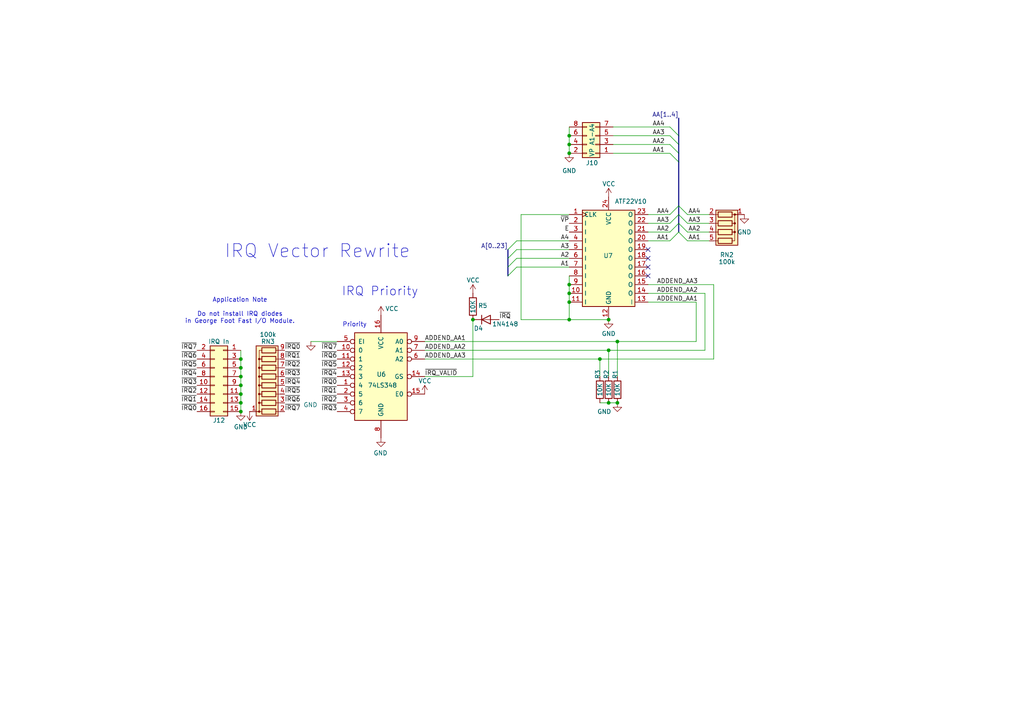
<source format=kicad_sch>
(kicad_sch (version 20250114) (generator "eeschema") (generator_version "9.0")
  (paper "A4")
  (lib_symbols
    (symbol "74xx:74LS348" (pin_names (offset 1.016))
      (property "Reference" "U89" (at -1.27 0.635 0))
      (property "Value" "74LS348" (at -3.81 -2.54 0))
      (symbol "74LS348_1_0"
        (pin input inverted (at -12.7 10.16 0) (length 5.08) (name "EI") (number "5"))
        (pin input inverted (at -12.7 7.62 0) (length 5.08) (name "0") (number "10"))
        (pin input inverted (at -12.7 5.08 0) (length 5.08) (name "1") (number "11"))
        (pin input inverted (at -12.7 2.54 0) (length 5.08) (name "2") (number "12"))
        (pin input inverted (at -12.7 0 0) (length 5.08) (name "3") (number "13"))
        (pin input inverted (at -12.7 -2.54 0) (length 5.08) (name "4") (number "1"))
        (pin input inverted (at -12.7 -5.08 0) (length 5.08) (name "5") (number "2"))
        (pin input inverted (at -12.7 -7.62 0) (length 5.08) (name "6") (number "3"))
        (pin input inverted (at -12.7 -10.16 0) (length 5.08) (name "7") (number "4"))
        (pin power_in line (at 0 17.78 270) (length 5.08) (name "VCC") (number "16"))
        (pin power_in line (at 0 -17.78 90) (length 5.08) (name "GND") (number "8"))
        (pin tri_state inverted (at 12.7 10.16 180) (length 5.08) (name "A0") (number "9"))
        (pin tri_state inverted (at 12.7 7.62 180) (length 5.08) (name "A1") (number "7"))
        (pin tri_state inverted (at 12.7 5.08 180) (length 5.08) (name "A2") (number "6"))
        (pin output inverted (at 12.7 0 180) (length 5.08) (name "GS") (number "14"))
        (pin output inverted (at 12.7 -5.08 180) (length 5.08) (name "E0") (number "15"))
      )
      (symbol "74LS348_1_1"
        (rectangle (start -7.62 12.7) (end 7.62 -12.7) (stroke (width 0.254)) (fill (type background)))
      )
    )
    (symbol "Connector_Generic:Conn_02x04_Odd_Even" (pin_names (offset 1.016) (hide yes))
      (property "Reference" "J" (at 1.27 5.08 0))
      (property "Value" "Conn_02x04_Odd_Even" (at 1.27 -7.62 0))
      (symbol "Conn_02x04_Odd_Even_1_1"
        (rectangle (start -1.27 3.81) (end 3.81 -6.35) (stroke (width 0.254)) (fill (type background)))
        (rectangle (start -1.27 2.667) (end 0 2.413) (stroke (width 0.1524)))
        (rectangle (start -1.27 0.127) (end 0 -0.127) (stroke (width 0.1524)))
        (rectangle (start -1.27 -2.413) (end 0 -2.667) (stroke (width 0.1524)))
        (rectangle (start -1.27 -4.953) (end 0 -5.207) (stroke (width 0.1524)))
        (rectangle (start 3.81 2.667) (end 2.54 2.413) (stroke (width 0.1524)))
        (rectangle (start 3.81 0.127) (end 2.54 -0.127) (stroke (width 0.1524)))
        (rectangle (start 3.81 -2.413) (end 2.54 -2.667) (stroke (width 0.1524)))
        (rectangle (start 3.81 -4.953) (end 2.54 -5.207) (stroke (width 0.1524)))
        (pin passive line (at -5.08 2.54 0) (length 3.81) (name "Pin_1") (number "1"))
        (pin passive line (at -5.08 0 0) (length 3.81) (name "Pin_3") (number "3"))
        (pin passive line (at -5.08 -2.54 0) (length 3.81) (name "Pin_5") (number "5"))
        (pin passive line (at -5.08 -5.08 0) (length 3.81) (name "Pin_7") (number "7"))
        (pin passive line (at 7.62 2.54 180) (length 3.81) (name "Pin_2") (number "2"))
        (pin passive line (at 7.62 0 180) (length 3.81) (name "Pin_4") (number "4"))
        (pin passive line (at 7.62 -2.54 180) (length 3.81) (name "Pin_6") (number "6"))
        (pin passive line (at 7.62 -5.08 180) (length 3.81) (name "Pin_8") (number "8"))
      )
    )
    (symbol "Connector_Generic:Conn_02x08_Odd_Even" (pin_names (offset 1.016) (hide yes))
      (property "Reference" "J" (at 1.27 10.16 0))
      (property "Value" "Conn_02x08_Odd_Even" (at 1.27 -12.7 0))
      (symbol "Conn_02x08_Odd_Even_1_1"
        (rectangle (start -1.27 8.89) (end 3.81 -11.43) (stroke (width 0.254)) (fill (type background)))
        (rectangle (start -1.27 7.747) (end 0 7.493) (stroke (width 0.1524)))
        (rectangle (start -1.27 5.207) (end 0 4.953) (stroke (width 0.1524)))
        (rectangle (start -1.27 2.667) (end 0 2.413) (stroke (width 0.1524)))
        (rectangle (start -1.27 0.127) (end 0 -0.127) (stroke (width 0.1524)))
        (rectangle (start -1.27 -2.413) (end 0 -2.667) (stroke (width 0.1524)))
        (rectangle (start -1.27 -4.953) (end 0 -5.207) (stroke (width 0.1524)))
        (rectangle (start -1.27 -7.493) (end 0 -7.747) (stroke (width 0.1524)))
        (rectangle (start -1.27 -10.033) (end 0 -10.287) (stroke (width 0.1524)))
        (rectangle (start 3.81 7.747) (end 2.54 7.493) (stroke (width 0.1524)))
        (rectangle (start 3.81 5.207) (end 2.54 4.953) (stroke (width 0.1524)))
        (rectangle (start 3.81 2.667) (end 2.54 2.413) (stroke (width 0.1524)))
        (rectangle (start 3.81 0.127) (end 2.54 -0.127) (stroke (width 0.1524)))
        (rectangle (start 3.81 -2.413) (end 2.54 -2.667) (stroke (width 0.1524)))
        (rectangle (start 3.81 -4.953) (end 2.54 -5.207) (stroke (width 0.1524)))
        (rectangle (start 3.81 -7.493) (end 2.54 -7.747) (stroke (width 0.1524)))
        (rectangle (start 3.81 -10.033) (end 2.54 -10.287) (stroke (width 0.1524)))
        (pin passive line (at -5.08 7.62 0) (length 3.81) (name "Pin_1") (number "1"))
        (pin passive line (at -5.08 5.08 0) (length 3.81) (name "Pin_3") (number "3"))
        (pin passive line (at -5.08 2.54 0) (length 3.81) (name "Pin_5") (number "5"))
        (pin passive line (at -5.08 0 0) (length 3.81) (name "Pin_7") (number "7"))
        (pin passive line (at -5.08 -2.54 0) (length 3.81) (name "Pin_9") (number "9"))
        (pin passive line (at -5.08 -5.08 0) (length 3.81) (name "Pin_11") (number "11"))
        (pin passive line (at -5.08 -7.62 0) (length 3.81) (name "Pin_13") (number "13"))
        (pin passive line (at -5.08 -10.16 0) (length 3.81) (name "Pin_15") (number "15"))
        (pin passive line (at 7.62 7.62 180) (length 3.81) (name "Pin_2") (number "2"))
        (pin passive line (at 7.62 5.08 180) (length 3.81) (name "Pin_4") (number "4"))
        (pin passive line (at 7.62 2.54 180) (length 3.81) (name "Pin_6") (number "6"))
        (pin passive line (at 7.62 0 180) (length 3.81) (name "Pin_8") (number "8"))
        (pin passive line (at 7.62 -2.54 180) (length 3.81) (name "Pin_10") (number "10"))
        (pin passive line (at 7.62 -5.08 180) (length 3.81) (name "Pin_12") (number "12"))
        (pin passive line (at 7.62 -7.62 180) (length 3.81) (name "Pin_14") (number "14"))
        (pin passive line (at 7.62 -10.16 180) (length 3.81) (name "Pin_16") (number "16"))
      )
    )
    (symbol "Device:R" (pin_numbers (hide yes)) (pin_names (offset 0))
      (property "Reference" "R" (at 2.032 0 90))
      (property "Value" "R" (at 0 0 90))
      (symbol "R_0_1"
        (rectangle (start -1.016 -2.54) (end 1.016 2.54) (stroke (width 0.254)))
      )
      (symbol "R_1_1"
        (pin passive line (at 0 3.81 270) (length 1.27) (name "~") (number "1"))
        (pin passive line (at 0 -3.81 90) (length 1.27) (name "~") (number "2"))
      )
    )
    (symbol "Device:R_Network04" (pin_names (offset 0) (hide yes))
      (property "Reference" "RN" (at -7.62 0 90))
      (property "Value" "R_Network04" (at 5.08 0 90))
      (symbol "R_Network04_0_1"
        (rectangle (start -6.35 -3.175) (end 3.81 3.175) (stroke (width 0.254)) (fill (type background)))
        (rectangle (start -5.842 1.524) (end -4.318 -2.54) (stroke (width 0.254)))
        (circle (center -5.08 2.286) (radius 0.254) (fill (type outline)))
        (polyline (pts (xy -5.08 1.524) (xy -5.08 2.286) (xy -2.54 2.286) (xy -2.54 1.524)))
        (polyline (pts (xy -5.08 -2.54) (xy -5.08 -3.81)))
        (rectangle (start -3.302 1.524) (end -1.778 -2.54) (stroke (width 0.254)))
        (circle (center -2.54 2.286) (radius 0.254) (fill (type outline)))
        (polyline (pts (xy -2.54 1.524) (xy -2.54 2.286) (xy 0 2.286) (xy 0 1.524)))
        (polyline (pts (xy -2.54 -2.54) (xy -2.54 -3.81)))
        (rectangle (start -0.762 1.524) (end 0.762 -2.54) (stroke (width 0.254)))
        (circle (center 0 2.286) (radius 0.254) (fill (type outline)))
        (polyline (pts (xy 0 1.524) (xy 0 2.286) (xy 2.54 2.286) (xy 2.54 1.524)))
        (polyline (pts (xy 0 -2.54) (xy 0 -3.81)))
        (rectangle (start 1.778 1.524) (end 3.302 -2.54) (stroke (width 0.254)))
        (polyline (pts (xy 2.54 -2.54) (xy 2.54 -3.81)))
      )
      (symbol "R_Network04_1_1"
        (pin passive line (at -5.08 5.08 270) (length 2.54) (name "common") (number "1"))
        (pin passive line (at -5.08 -5.08 90) (length 1.27) (name "R1") (number "2"))
        (pin passive line (at -2.54 -5.08 90) (length 1.27) (name "R2") (number "3"))
        (pin passive line (at 0 -5.08 90) (length 1.27) (name "R3") (number "4"))
        (pin passive line (at 2.54 -5.08 90) (length 1.27) (name "R4") (number "5"))
      )
    )
    (symbol "Diode:1N4148" (pin_numbers (hide yes)) (pin_names (hide yes))
      (property "Reference" "D" (at 0 2.54 0))
      (property "Value" "1N4148" (at 0 -2.54 0))
      (symbol "1N4148_0_1"
        (polyline (pts (xy -1.27 1.27) (xy -1.27 -1.27)) (stroke (width 0.254)))
        (polyline (pts (xy 1.27 1.27) (xy 1.27 -1.27) (xy -1.27 0) (xy 1.27 1.27)) (stroke (width 0.254)))
        (polyline (pts (xy 1.27 0) (xy -1.27 0)))
      )
      (symbol "1N4148_1_1"
        (pin passive line (at -3.81 0 0) (length 2.54) (name "K") (number "1"))
        (pin passive line (at 3.81 0 180) (length 2.54) (name "A") (number "2"))
      )
    )
    (symbol "R_Network08_3" (pin_names (offset 0) (hide yes))
      (property "Reference" "RN1" (at 0 12.7 90))
      (property "Value" "100k" (at 0 15.24 90))
      (symbol "R_Network08_3_0_1"
        (rectangle (start -11.43 -3.175) (end 8.89 3.175) (stroke (width 0.254)) (fill (type background)))
        (rectangle (start -10.922 1.524) (end -9.398 -2.54) (stroke (width 0.254)))
        (circle (center -10.16 2.286) (radius 0.254) (fill (type outline)))
        (polyline (pts (xy -10.16 1.524) (xy -10.16 2.286) (xy -7.62 2.286) (xy -7.62 1.524)))
        (polyline (pts (xy -10.16 -2.54) (xy -10.16 -3.81)))
        (rectangle (start -8.382 1.524) (end -6.858 -2.54) (stroke (width 0.254)))
        (circle (center -7.62 2.286) (radius 0.254) (fill (type outline)))
        (polyline (pts (xy -7.62 1.524) (xy -7.62 2.286) (xy -5.08 2.286) (xy -5.08 1.524)))
        (polyline (pts (xy -7.62 -2.54) (xy -7.62 -3.81)))
        (rectangle (start -5.842 1.524) (end -4.318 -2.54) (stroke (width 0.254)))
        (circle (center -5.08 2.286) (radius 0.254) (fill (type outline)))
        (polyline (pts (xy -5.08 1.524) (xy -5.08 2.286) (xy -2.54 2.286) (xy -2.54 1.524)))
        (polyline (pts (xy -5.08 -2.54) (xy -5.08 -3.81)))
        (rectangle (start -3.302 1.524) (end -1.778 -2.54) (stroke (width 0.254)))
        (circle (center -2.54 2.286) (radius 0.254) (fill (type outline)))
        (polyline (pts (xy -2.54 1.524) (xy -2.54 2.286) (xy 0 2.286) (xy 0 1.524)))
        (polyline (pts (xy -2.54 -2.54) (xy -2.54 -3.81)))
        (rectangle (start -0.762 1.524) (end 0.762 -2.54) (stroke (width 0.254)))
        (circle (center 0 2.286) (radius 0.254) (fill (type outline)))
        (polyline (pts (xy 0 1.524) (xy 0 2.286) (xy 2.54 2.286) (xy 2.54 1.524)))
        (polyline (pts (xy 0 -2.54) (xy 0 -3.81)))
        (rectangle (start 1.778 1.524) (end 3.302 -2.54) (stroke (width 0.254)))
        (circle (center 2.54 2.286) (radius 0.254) (fill (type outline)))
        (polyline (pts (xy 2.54 1.524) (xy 2.54 2.286) (xy 5.08 2.286) (xy 5.08 1.524)))
        (polyline (pts (xy 2.54 -2.54) (xy 2.54 -3.81)))
        (rectangle (start 4.318 1.524) (end 5.842 -2.54) (stroke (width 0.254)))
        (circle (center 5.08 2.286) (radius 0.254) (fill (type outline)))
        (polyline (pts (xy 5.08 1.524) (xy 5.08 2.286) (xy 7.62 2.286) (xy 7.62 1.524)))
        (polyline (pts (xy 5.08 -2.54) (xy 5.08 -3.81)))
        (rectangle (start 6.858 1.524) (end 8.382 -2.54) (stroke (width 0.254)))
        (polyline (pts (xy 7.62 -2.54) (xy 7.62 -3.81)))
      )
      (symbol "R_Network08_3_1_1"
        (pin passive line (at -10.16 5.08 270) (length 2.54) (name "common") (number "1"))
        (pin passive line (at -10.16 -5.08 90) (length 1.27) (name "R1") (number "2"))
        (pin passive line (at -7.62 -5.08 90) (length 1.27) (name "R2") (number "3"))
        (pin passive line (at -5.08 -5.08 90) (length 1.27) (name "R3") (number "4"))
        (pin passive line (at -2.54 -5.08 90) (length 1.27) (name "R4") (number "5"))
        (pin passive line (at 0 -5.08 90) (length 1.27) (name "R5") (number "6"))
        (pin passive line (at 2.54 -5.08 90) (length 1.27) (name "R6") (number "7"))
        (pin passive line (at 5.08 -5.08 90) (length 1.27) (name "R7") (number "8"))
        (pin passive line (at 7.62 -5.08 90) (length 1.27) (name "R8") (number "9"))
      )
    )
    (symbol "VCC_1" (power) (pin_names (offset 0))
      (property "Value" "VCC_1" (at 0 3.81 0))
      (symbol "VCC_1_0_1"
        (polyline (pts (xy -0.762 1.27) (xy 0 2.54)))
        (polyline (pts (xy 0 2.54) (xy 0.762 1.27)))
        (polyline (pts (xy 0 0) (xy 0 2.54)))
      )
      (symbol "VCC_1_1_1"
        (pin power_in line (at 0 0 90) (length 0) (hide yes) (name "VCC") (number "1"))
      )
    )
    (symbol "my:ATF22V10"
      (property "Reference" "U" (at 5.08 12.7 0))
      (property "Value" "ATF22V10" (at 5.08 15.24 0))
      (symbol "ATF22V10_0_1"
        (rectangle (start -7.62 11.43) (end 7.62 -16.51) (stroke (width 0.254)) (fill (type background)))
      )
      (symbol "ATF22V10_1_0"
        (pin power_in line (at 0 15.24 270) (length 3.81) (name "VCC") (number "24"))
        (pin power_in line (at 0 -20.32 90) (length 3.81) (name "GND") (number "12"))
      )
      (symbol "ATF22V10_1_1"
        (pin input clock (at -11.43 10.16 0) (length 3.81) (name "CLK") (number "1"))
        (pin input line (at -11.43 7.62 0) (length 3.81) (name "I") (number "2"))
        (pin input line (at -11.43 5.08 0) (length 3.81) (name "I") (number "3"))
        (pin input line (at -11.43 2.54 0) (length 3.81) (name "I") (number "4"))
        (pin input line (at -11.43 0 0) (length 3.81) (name "I") (number "5"))
        (pin input line (at -11.43 -2.54 0) (length 3.81) (name "I") (number "6"))
        (pin input line (at -11.43 -5.08 0) (length 3.81) (name "I") (number "7"))
        (pin input line (at -11.43 -7.62 0) (length 3.81) (name "I") (number "8"))
        (pin input line (at -11.43 -10.16 0) (length 3.81) (name "I") (number "9"))
        (pin input line (at -11.43 -12.7 0) (length 3.81) (name "I") (number "10"))
        (pin input line (at -11.43 -15.24 0) (length 3.81) (name "I") (number "11"))
        (pin bidirectional line (at 11.43 10.16 180) (length 3.81) (name "O") (number "23"))
        (pin bidirectional line (at 11.43 7.62 180) (length 3.81) (name "O") (number "22"))
        (pin bidirectional line (at 11.43 5.08 180) (length 3.81) (name "O") (number "21"))
        (pin bidirectional line (at 11.43 2.54 180) (length 3.81) (name "O") (number "20"))
        (pin bidirectional line (at 11.43 0 180) (length 3.81) (name "O") (number "19"))
        (pin bidirectional line (at 11.43 -2.54 180) (length 3.81) (name "O") (number "18"))
        (pin bidirectional line (at 11.43 -5.08 180) (length 3.81) (name "O") (number "17"))
        (pin bidirectional line (at 11.43 -7.62 180) (length 3.81) (name "O") (number "16"))
        (pin bidirectional line (at 11.43 -10.16 180) (length 3.81) (name "O") (number "15"))
        (pin bidirectional line (at 11.43 -12.7 180) (length 3.81) (name "O") (number "14"))
        (pin bidirectional line (at 11.43 -15.24 180) (length 3.81) (name "I") (number "13"))
      )
    )
    (symbol "power:GND" (power) (pin_names (offset 0))
      (property "Value" "GND" (at 0 -3.81 0))
      (symbol "GND_0_1"
        (polyline (pts (xy 0 0) (xy 0 -1.27) (xy 1.27 -1.27) (xy 0 -2.54) (xy -1.27 -1.27) (xy 0 -1.27)))
      )
      (symbol "GND_1_1"
        (pin power_in line (at 0 0 270) (length 0) (hide yes) (name "GND") (number "1"))
      )
    )
    (symbol "power:VCC" (power) (pin_numbers (hide yes)) (pin_names (offset 0) (hide yes))
      (property "Value" "VCC" (at 0 3.556 0))
      (symbol "VCC_0_1"
        (polyline (pts (xy -0.762 1.27) (xy 0 2.54)))
        (polyline (pts (xy 0 2.54) (xy 0.762 1.27)))
        (polyline (pts (xy 0 0) (xy 0 2.54)))
      )
      (symbol "VCC_1_1"
        (pin power_in line (at 0 0 90) (length 0) (name "~") (number "1"))
      )
    )
  )
  (text "IRQ Priority" (at 99.06 86.106 0) (effects (font (size 2.54 2.54)) (justify left bottom)))
  (text "IRQ Vector Rewrite" (at 65.024 75.184 0) (effects (font (size 3.81 3.81)) (justify left bottom)))
  (text "Priority\n" (at 99.314 94.996 0) (effects (font (size 1.27 1.27)) (justify left bottom)))
  (text "Application Note\n\nDo not install IRQ diodes\nin George Foot Fast I/O Module." (at 69.596 90.17 0) (effects (font (size 1.27 1.27))))
  (junction (at 176.53 92.71))
  (junction (at 165.1 39.37))
  (junction (at 165.1 85.09))
  (junction (at 165.1 87.63))
  (junction (at 179.07 116.84))
  (junction (at 165.1 44.45))
  (junction (at 165.1 92.71))
  (junction (at 69.85 109.22))
  (junction (at 165.1 41.91))
  (junction (at 165.1 82.55))
  (junction (at 137.16 92.71))
  (junction (at 69.85 106.68))
  (junction (at 176.53 116.84))
  (junction (at 69.85 114.3))
  (junction (at 176.53 101.6))
  (junction (at 69.85 116.84))
  (junction (at 69.85 111.76))
  (junction (at 179.07 99.06))
  (junction (at 69.85 104.14))
  (junction (at 173.99 104.14))
  (junction (at 69.85 119.38))
  (no_connect (at 187.96 77.47))
  (no_connect (at 187.96 80.01))
  (no_connect (at 187.96 74.93))
  (no_connect (at 187.96 72.39))
  (bus_entry (at 199.39 69.85) (size -2.54 -2.54))
  (bus_entry (at 147.32 72.39) (size 2.54 -2.54))
  (bus_entry (at 199.39 67.31) (size -2.54 -2.54))
  (bus_entry (at 147.32 74.93) (size 2.54 -2.54))
  (bus_entry (at 194.31 64.77) (size 2.54 -2.54))
  (bus_entry (at 194.31 36.83) (size 2.54 2.54))
  (bus_entry (at 194.31 39.37) (size 2.54 2.54))
  (bus_entry (at 194.31 67.31) (size 2.54 -2.54))
  (bus_entry (at 199.39 64.77) (size -2.54 -2.54))
  (bus_entry (at 194.31 69.85) (size 2.54 -2.54))
  (bus_entry (at 194.31 41.91) (size 2.54 2.54))
  (bus_entry (at 199.39 62.23) (size -2.54 -2.54))
  (bus_entry (at 194.31 44.45) (size 2.54 2.54))
  (bus_entry (at 147.32 80.01) (size 2.54 -2.54))
  (bus_entry (at 147.32 77.47) (size 2.54 -2.54))
  (bus_entry (at 194.31 62.23) (size 2.54 -2.54))
  (wire (pts (xy 187.96 82.55) (xy 207.01 82.55)))
  (wire (pts (xy 177.8 44.45) (xy 194.31 44.45)))
  (wire (pts (xy 149.86 72.39) (xy 165.1 72.39)))
  (wire (pts (xy 165.1 82.55) (xy 165.1 85.09)))
  (wire (pts (xy 179.07 99.06) (xy 201.93 99.06)))
  (wire (pts (xy 205.74 64.77) (xy 199.39 64.77)))
  (wire (pts (xy 204.47 101.6) (xy 176.53 101.6)))
  (wire (pts (xy 165.1 41.91) (xy 165.1 39.37)))
  (wire (pts (xy 165.1 92.71) (xy 176.53 92.71)))
  (wire (pts (xy 69.85 109.22) (xy 69.85 106.68)))
  (wire (pts (xy 165.1 87.63) (xy 165.1 92.71)))
  (wire (pts (xy 69.85 119.38) (xy 69.85 116.84)))
  (wire (pts (xy 151.13 62.23) (xy 151.13 92.71)))
  (wire (pts (xy 69.85 104.14) (xy 69.85 101.6)))
  (bus (pts (xy 196.85 59.69) (xy 196.85 62.23)))
  (wire (pts (xy 123.19 101.6) (xy 176.53 101.6)))
  (wire (pts (xy 205.74 69.85) (xy 199.39 69.85)))
  (wire (pts (xy 165.1 39.37) (xy 165.1 36.83)))
  (wire (pts (xy 201.93 99.06) (xy 201.93 87.63)))
  (wire (pts (xy 204.47 85.09) (xy 204.47 101.6)))
  (wire (pts (xy 187.96 87.63) (xy 201.93 87.63)))
  (wire (pts (xy 137.16 92.71) (xy 137.16 109.22)))
  (wire (pts (xy 123.19 104.14) (xy 173.99 104.14)))
  (wire (pts (xy 165.1 85.09) (xy 165.1 87.63)))
  (bus (pts (xy 196.85 62.23) (xy 196.85 64.77)))
  (bus (pts (xy 147.32 74.93) (xy 147.32 72.39)))
  (wire (pts (xy 165.1 80.01) (xy 165.1 82.55)))
  (wire (pts (xy 176.53 116.84) (xy 179.07 116.84)))
  (wire (pts (xy 165.1 62.23) (xy 151.13 62.23)))
  (wire (pts (xy 137.16 109.22) (xy 123.19 109.22)))
  (bus (pts (xy 147.32 77.47) (xy 147.32 74.93)))
  (wire (pts (xy 187.96 69.85) (xy 194.31 69.85)))
  (wire (pts (xy 205.74 62.23) (xy 199.39 62.23)))
  (bus (pts (xy 147.32 80.01) (xy 147.32 77.47)))
  (wire (pts (xy 177.8 36.83) (xy 194.31 36.83)))
  (wire (pts (xy 187.96 64.77) (xy 194.31 64.77)))
  (wire (pts (xy 69.85 114.3) (xy 69.85 111.76)))
  (bus (pts (xy 196.85 46.99) (xy 196.85 59.69)))
  (wire (pts (xy 187.96 85.09) (xy 204.47 85.09)))
  (wire (pts (xy 69.85 116.84) (xy 69.85 114.3)))
  (bus (pts (xy 196.85 44.45) (xy 196.85 46.99)))
  (bus (pts (xy 196.85 64.77) (xy 196.85 67.31)))
  (bus (pts (xy 196.85 34.29) (xy 196.85 39.37)))
  (wire (pts (xy 151.13 92.71) (xy 165.1 92.71)))
  (wire (pts (xy 177.8 41.91) (xy 194.31 41.91)))
  (bus (pts (xy 196.85 41.91) (xy 196.85 44.45)))
  (wire (pts (xy 179.07 99.06) (xy 179.07 109.22)))
  (wire (pts (xy 173.99 104.14) (xy 207.01 104.14)))
  (wire (pts (xy 177.8 39.37) (xy 194.31 39.37)))
  (wire (pts (xy 90.17 99.06) (xy 97.79 99.06)))
  (wire (pts (xy 187.96 67.31) (xy 194.31 67.31)))
  (wire (pts (xy 149.86 77.47) (xy 165.1 77.47)))
  (wire (pts (xy 176.53 101.6) (xy 176.53 109.22)))
  (wire (pts (xy 149.86 69.85) (xy 165.1 69.85)))
  (wire (pts (xy 173.99 116.84) (xy 176.53 116.84)))
  (wire (pts (xy 205.74 67.31) (xy 199.39 67.31)))
  (wire (pts (xy 187.96 62.23) (xy 194.31 62.23)))
  (wire (pts (xy 165.1 44.45) (xy 165.1 41.91)))
  (wire (pts (xy 69.85 111.76) (xy 69.85 109.22)))
  (wire (pts (xy 207.01 104.14) (xy 207.01 82.55)))
  (wire (pts (xy 149.86 74.93) (xy 165.1 74.93)))
  (wire (pts (xy 69.85 106.68) (xy 69.85 104.14)))
  (wire (pts (xy 173.99 104.14) (xy 173.99 109.22)))
  (bus (pts (xy 196.85 39.37) (xy 196.85 41.91)))
  (wire (pts (xy 123.19 99.06) (xy 179.07 99.06)))
  (label "AA2" (at 189.23 41.91 0))
  (label "~{VP}" (at 165.1 64.77 180))
  (label "AA[1..4]" (at 196.85 34.29 180))
  (label "~{IRQ7}" (at 57.15 101.6 180))
  (label "A3" (at 165.1 72.39 180))
  (label "A[0..23]" (at 147.32 72.39 180))
  (label "AA2" (at 203.2 67.31 180))
  (label "~{IRQ_VALID}" (at 123.19 109.22 0))
  (label "AA2" (at 190.5 67.31 0))
  (label "~{IRQ4}" (at 97.79 109.22 180))
  (label "~{IRQ2}" (at 57.15 114.3 180))
  (label "AA4" (at 203.2 62.23 180))
  (label "ADDEND_AA2" (at 123.19 101.6 0))
  (label "ADDEND_AA1" (at 190.5 87.63 0))
  (label "E" (at 165.1 67.31 180))
  (label "~{IRQ5}" (at 82.55 114.3 0))
  (label "~{IRQ1}" (at 82.55 104.14 0))
  (label "~{IRQ6}" (at 57.15 104.14 180))
  (label "~{IRQ7}" (at 82.55 119.38 0))
  (label "~{IRQ1}" (at 97.79 114.3 180))
  (label "AA1" (at 189.23 44.45 0))
  (label "~{IRQ5}" (at 57.15 106.68 180))
  (label "AA4" (at 189.23 36.83 0))
  (label "A2" (at 165.1 74.93 180))
  (label "~{IRQ7}" (at 97.79 101.6 180))
  (label "A4" (at 165.1 69.85 180))
  (label "ADDEND_AA1" (at 123.19 99.06 0))
  (label "~{IRQ4}" (at 57.15 109.22 180))
  (label "~{IRQ}" (at 144.78 92.71 0))
  (label "~{IRQ4}" (at 82.55 111.76 0))
  (label "~{IRQ6}" (at 82.55 116.84 0))
  (label "~{IRQ0}" (at 82.55 101.6 0))
  (label "~{IRQ6}" (at 97.79 104.14 180))
  (label "~{IRQ0}" (at 97.79 111.76 180))
  (label "ADDEND_AA3" (at 190.5 82.55 0))
  (label "ADDEND_AA3" (at 123.19 104.14 0))
  (label "~{IRQ2}" (at 97.79 116.84 180))
  (label "~{IRQ5}" (at 97.79 106.68 180))
  (label "~{IRQ0}" (at 57.15 119.38 180))
  (label "AA3" (at 190.5 64.77 0))
  (label "AA4" (at 190.5 62.23 0))
  (label "AA1" (at 190.5 69.85 0))
  (label "AA3" (at 189.23 39.37 0))
  (label "~{IRQ2}" (at 82.55 106.68 0))
  (label "~{IRQ3}" (at 97.79 119.38 180))
  (label "~{IRQ3}" (at 82.55 109.22 0))
  (label "AA3" (at 203.2 64.77 180))
  (label "A1" (at 165.1 77.47 180))
  (label "AA1" (at 203.2 69.85 180))
  (label "~{IRQ3}" (at 57.15 111.76 180))
  (label "ADDEND_AA2" (at 190.5 85.09 0))
  (label "~{IRQ1}" (at 57.15 116.84 180))
  (symbol (lib_id "74xx:74LS348") (at 110.49 109.22 0) (unit 1)
    (property "Reference" "U6" (at 109.22 108.585 0) (effects (justify left)))
    (property "Value" "74LS348" (at 106.68 111.76 0) (effects (justify left)))
    (property "Footprint" "Package_DIP:DIP-16_W7.62mm_Socket" (effects (hide yes)))
    (property "Datasheet" "http://www.ti.com/lit/gpn/sn74LS348" (effects (hide yes)))
  )
  (symbol (lib_id "Connector_Generic:Conn_02x04_Odd_Even") (at 172.72 41.91 180) (unit 1)
    (property "Reference" "J10" (at 171.704 47.244 0))
    (property "Value" "VP A1-A4" (at 171.704 40.64 90))
    (property "Footprint" "Connector_PinHeader_2.54mm:PinHeader_2x04_P2.54mm_Vertical" (effects (hide yes)))
    (property "Description" "Generic connector, double row, 02x04, odd/even pin numbering scheme (row 1 odd numbers, row 2 even numbers), script generated (kicad-library-utils/schlib/autogen/connector/)" (effects (hide yes)))
  )
  (symbol (lib_id "power:GND") (at 69.85 119.38 0) (mirror y) (unit 1)
    (property "Reference" "#PWR021" (effects (hide yes)))
    (property "Value" "GND" (at 69.85 123.825 0))
  )
  (symbol (lib_id "power:GND") (at 90.17 99.06 0) (mirror y) (unit 1)
    (property "Reference" "#PWR0139" (effects (hide yes)))
    (property "Value" "GND" (at 90.043 117.4242 0))
  )
  (symbol (lib_name "R_Network08_3") (lib_id "Device:R_Network08") (at 77.47 109.22 90) (unit 1)
    (property "Reference" "RN3" (at 77.724 99.06 90))
    (property "Value" "100k" (at 77.724 97.028 90))
    (property "Footprint" "Resistor_THT:R_Array_SIP9" (effects (hide yes)))
    (property "Datasheet" "https://nl.mouser.com/datasheet/2/54/4600x-776645.pdf" (effects (hide yes)))
  )
  (symbol (lib_id "power:VCC") (at 176.53 57.15 0) (unit 1)
    (property "Reference" "#PWR011" (effects (hide yes)))
    (property "Value" "VCC" (at 176.5892 53.34 0))
  )
  (symbol (lib_id "Device:R_Network04") (at 210.82 67.31 270) (unit 1)
    (property "Reference" "RN2" (at 210.82 73.914 90))
    (property "Value" "100k" (at 210.82 75.946 90))
    (property "Footprint" "Resistor_THT:R_Array_SIP5" (effects (hide yes)))
    (property "Datasheet" "http://www.vishay.com/docs/31509/csc.pdf" (effects (hide yes)))
    (property "Description" "4 resistor network, star topology, bussed resistors, small symbol" (effects (hide yes)))
  )
  (symbol (lib_id "power:VCC") (at 123.19 114.3 0) (unit 1)
    (property "Reference" "#PWR028" (effects (hide yes)))
    (property "Value" "VCC" (at 123.2492 110.49 0))
  )
  (symbol (lib_id "Device:R") (at 137.16 88.9 0) (unit 1)
    (property "Reference" "R5" (at 138.684 88.646 0) (effects (justify left)))
    (property "Value" "10K" (at 137.16 90.932 90) (effects (justify left)))
    (property "Footprint" "Resistor_THT:R_Axial_DIN0207_L6.3mm_D2.5mm_P7.62mm_Horizontal" (effects (hide yes)))
  )
  (symbol (lib_id "Device:R") (at 179.07 113.03 180) (unit 1)
    (property "Reference" "R1" (at 178.435 108.585 90))
    (property "Value" "10K" (at 179.07 113.03 90))
    (property "Footprint" "Resistor_THT:R_Axial_DIN0207_L6.3mm_D2.5mm_P7.62mm_Horizontal" (effects (hide yes)))
  )
  (symbol (lib_id "power:GND") (at 179.07 116.84 0) (mirror y) (unit 1)
    (property "Reference" "#PWR0140" (effects (hide yes)))
    (property "Value" "GND" (at 175.26 119.38 0))
  )
  (symbol (lib_id "my:ATF22V10") (at 176.53 72.39 0) (unit 1)
    (property "Reference" "U7" (at 175.006 74.168 0) (effects (justify left)))
    (property "Value" "ATF22V10" (at 178.308 58.42 0) (effects (justify left)))
    (property "Footprint" "Package_DIP:DIP-24_W7.62mm_Socket" (effects (hide yes)))
    (property "Datasheet" "https://k1.spdns.de/Develop/Projects/GalAsm/info/galer/gal22v10.html" (effects (hide yes)))
  )
  (symbol (lib_id "power:GND") (at 165.1 44.45 0) (mirror y) (unit 1)
    (property "Reference" "#PWR0102" (effects (hide yes)))
    (property "Value" "GND" (at 165.1 49.53 0))
    (property "Description" "Power symbol creates a global label with name \"GND\" , ground" (effects (hide yes)))
  )
  (symbol (lib_id "power:GND") (at 110.49 127 0) (mirror y) (unit 1)
    (property "Reference" "#PWR0138" (effects (hide yes)))
    (property "Value" "GND" (at 110.363 131.3942 0))
  )
  (symbol (lib_name "VCC_1") (lib_id "power:VCC") (at 110.49 91.44 0) (unit 1)
    (property "Reference" "#PWR0136" (effects (hide yes)))
    (property "Value" "VCC" (at 113.665 89.535 0))
  )
  (symbol (lib_id "power:GND") (at 176.53 92.71 0) (unit 1)
    (property "Reference" "#PWR03" (effects (hide yes)))
    (property "Value" "GND" (at 176.53 96.774 0))
  )
  (symbol (lib_id "Diode:1N4148") (at 140.97 92.71 0) (mirror x) (unit 1)
    (property "Reference" "D4" (at 137.414 95.25 0) (effects (justify left)))
    (property "Value" "1N4148" (at 142.748 93.98 0) (effects (justify left)))
    (property "Footprint" "Diode_THT:D_DO-35_SOD27_P7.62mm_Horizontal" (effects (hide yes)))
    (property "Datasheet" "https://assets.nexperia.com/documents/data-sheet/1N4148_1N4448.pdf" (effects (hide yes)))
  )
  (symbol (lib_id "power:VCC") (at 137.16 85.09 0) (unit 1)
    (property "Reference" "#PWR025" (effects (hide yes)))
    (property "Value" "VCC" (at 137.2192 81.28 0))
  )
  (symbol (lib_id "power:GND") (at 215.9 62.23 0) (mirror y) (unit 1)
    (property "Reference" "#PWR049" (effects (hide yes)))
    (property "Value" "GND" (at 215.9 67.31 0))
    (property "Description" "Power symbol creates a global label with name \"GND\" , ground" (effects (hide yes)))
  )
  (symbol (lib_id "Device:R") (at 176.53 113.03 180) (unit 1)
    (property "Reference" "R2" (at 175.895 108.585 90))
    (property "Value" "10K" (at 176.53 113.03 90))
    (property "Footprint" "Resistor_THT:R_Axial_DIN0207_L6.3mm_D2.5mm_P7.62mm_Horizontal" (effects (hide yes)))
  )
  (symbol (lib_id "Connector_Generic:Conn_02x08_Odd_Even") (at 64.77 109.22 0) (mirror y) (unit 1)
    (property "Reference" "J12" (at 63.5 121.92 0))
    (property "Value" "IRQ In" (at 63.5 99.06 0))
    (property "Footprint" "Connector_PinHeader_2.54mm:PinHeader_2x08_P2.54mm_Vertical" (effects (hide yes)))
    (property "Description" "Generic connector, double row, 02x08, odd/even pin numbering scheme (row 1 odd numbers, row 2 even numbers), script generated (kicad-library-utils/schlib/autogen/connector/)" (effects (hide yes)))
  )
  (symbol (lib_id "power:VCC") (at 72.39 119.38 0) (mirror x) (unit 1)
    (property "Reference" "#PWR031" (effects (hide yes)))
    (property "Value" "VCC" (at 72.4492 123.19 0))
  )
  (symbol (lib_id "Device:R") (at 173.99 113.03 180) (unit 1)
    (property "Reference" "R3" (at 173.355 108.585 90))
    (property "Value" "10K" (at 173.99 113.03 90))
    (property "Footprint" "Resistor_THT:R_Axial_DIN0207_L6.3mm_D2.5mm_P7.62mm_Horizontal" (effects (hide yes)))
  )
)
</source>
